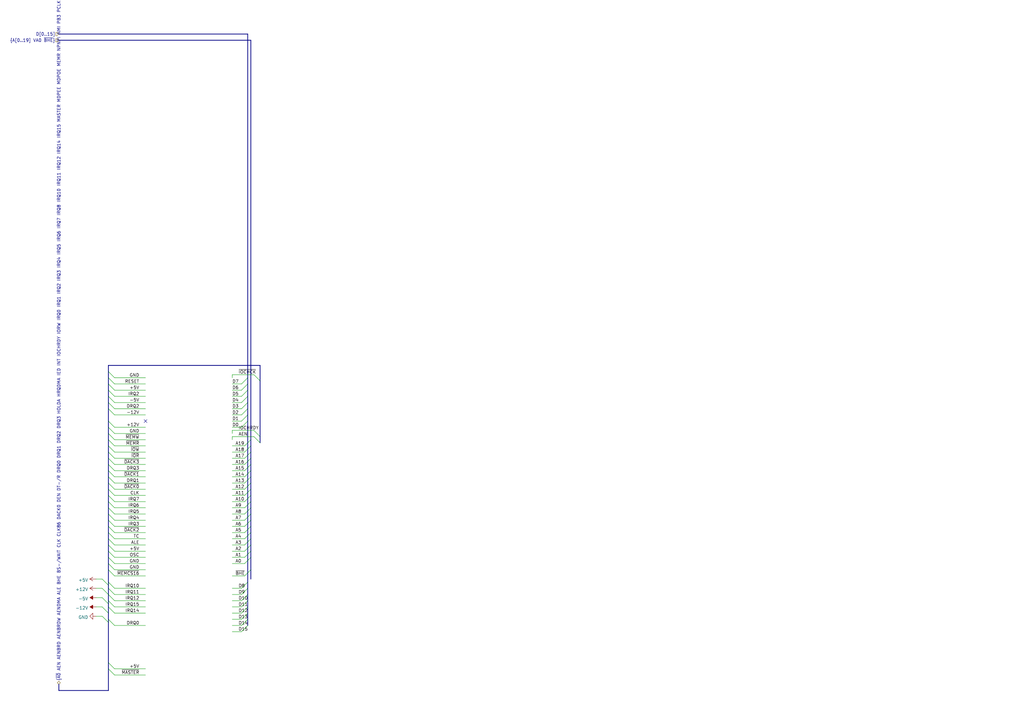
<source format=kicad_sch>
(kicad_sch (version 20250114) (generator "eeschema") (generator_version "9.0")
  (paper "A3")
  (title_block (title "EC1834 Hauptplatine 201.1-BUS") (date "2022-09-12") (rev "1") (company "Mario Gögel 2022"))
  (lib_symbols
    (symbol "power:+12V" (power) (pin_names (offset 0))
      (property "Value" "+12V" (at 0 3.556 0))
      (symbol "+12V_0_1"
        (polyline (pts (xy -0.762 1.27) (xy 0 2.54)))
        (polyline (pts (xy 0 2.54) (xy 0.762 1.27)))
        (polyline (pts (xy 0 0) (xy 0 2.54)))
      )
      (symbol "+12V_1_1"
        (pin power_in line (at 0 0 90) (length 0) (hide yes) (name "+12V") (number "1"))
      )
    )
    (symbol "power:+5V" (power) (pin_names (offset 0))
      (property "Value" "+5V" (at 0 3.556 0))
      (symbol "+5V_0_1"
        (polyline (pts (xy -0.762 1.27) (xy 0 2.54)))
        (polyline (pts (xy 0 2.54) (xy 0.762 1.27)))
        (polyline (pts (xy 0 0) (xy 0 2.54)))
      )
      (symbol "+5V_1_1"
        (pin power_in line (at 0 0 90) (length 0) (hide yes) (name "+5V") (number "1"))
      )
    )
    (symbol "power:-12V" (power) (pin_names (offset 0))
      (property "Value" "-12V" (at 0 3.81 0))
      (symbol "-12V_0_0"
        (pin power_in line (at 0 0 90) (length 0) (hide yes) (name "-12V") (number "1"))
      )
      (symbol "-12V_0_1"
        (polyline (pts (xy 0 0) (xy 0 1.27) (xy 0.762 1.27) (xy 0 2.54) (xy -0.762 1.27) (xy 0 1.27)) (fill (type outline)))
      )
    )
    (symbol "power:-5V" (power) (pin_names (offset 0))
      (property "Value" "-5V" (at 0 3.81 0))
      (symbol "-5V_0_0"
        (pin power_in line (at 0 0 90) (length 0) (hide yes) (name "-5V") (number "1"))
      )
      (symbol "-5V_0_1"
        (polyline (pts (xy 0 0) (xy 0 1.27) (xy 0.762 1.27) (xy 0 2.54) (xy -0.762 1.27) (xy 0 1.27)) (fill (type outline)))
      )
    )
    (symbol "power:GND" (power) (pin_names (offset 0))
      (property "Value" "GND" (at 0 -3.81 0))
      (symbol "GND_0_1"
        (polyline (pts (xy 0 0) (xy 0 -1.27) (xy 1.27 -1.27) (xy 0 -2.54) (xy -1.27 -1.27) (xy 0 -1.27)))
      )
      (symbol "GND_1_1"
        (pin power_in line (at 0 0 270) (length 0) (hide yes) (name "GND") (number "1"))
      )
    )
  )
  (no_connect (at 59.69 172.72))
  (bus_entry (at 102.87 208.28) (size -2.54 2.54))
  (bus_entry (at 44.45 157.48) (size 2.54 2.54))
  (bus_entry (at 101.6 170.18) (size -2.54 2.54))
  (bus_entry (at 102.87 190.5) (size -2.54 2.54))
  (bus_entry (at 102.87 215.9) (size -2.54 2.54))
  (bus_entry (at 44.45 198.12) (size 2.54 2.54))
  (bus_entry (at 102.87 198.12) (size -2.54 2.54))
  (bus_entry (at 101.6 248.92) (size -2.54 2.54))
  (bus_entry (at 44.45 208.28) (size 2.54 2.54))
  (bus_entry (at 102.87 200.66) (size -2.54 2.54))
  (bus_entry (at 44.45 210.82) (size 2.54 2.54))
  (bus_entry (at 44.45 223.52) (size 2.54 2.54))
  (bus_entry (at 41.91 237.49) (size 2.54 2.54))
  (bus_entry (at 102.87 223.52) (size -2.54 2.54))
  (bus_entry (at 44.45 241.3) (size 2.54 2.54))
  (bus_entry (at 101.6 160.02) (size -2.54 2.54))
  (bus_entry (at 44.45 218.44) (size 2.54 2.54))
  (bus_entry (at 101.6 172.72) (size -2.54 2.54))
  (bus_entry (at 101.6 254) (size -2.54 2.54))
  (bus_entry (at 44.45 190.5) (size 2.54 2.54))
  (bus_entry (at 44.45 203.2) (size 2.54 2.54))
  (bus_entry (at 102.87 182.88) (size -2.54 2.54))
  (bus_entry (at 41.91 245.11) (size 2.54 2.54))
  (bus_entry (at 101.6 167.64) (size -2.54 2.54))
  (bus_entry (at 44.45 238.76) (size 2.54 2.54))
  (bus_entry (at 102.87 210.82) (size -2.54 2.54))
  (bus_entry (at 102.87 185.42) (size -2.54 2.54))
  (bus_entry (at 102.87 180.34) (size -2.54 2.54))
  (bus_entry (at 44.45 215.9) (size 2.54 2.54))
  (bus_entry (at 44.45 182.88) (size 2.54 2.54))
  (bus_entry (at 102.87 195.58) (size -2.54 2.54))
  (bus_entry (at 104.14 179.07) (size 2.54 2.54))
  (bus_entry (at 44.45 220.98) (size 2.54 2.54))
  (bus_entry (at 44.45 195.58) (size 2.54 2.54))
  (bus_entry (at 102.87 226.06) (size -2.54 2.54))
  (bus_entry (at 102.87 213.36) (size -2.54 2.54))
  (bus_entry (at 44.45 165.1) (size 2.54 2.54))
  (bus_entry (at 104.14 176.53) (size 2.54 2.54))
  (bus_entry (at 44.45 226.06) (size 2.54 2.54))
  (bus_entry (at 44.45 274.32) (size 2.54 2.54))
  (bus_entry (at 101.6 246.38) (size -2.54 2.54))
  (bus_entry (at 44.45 152.4) (size 2.54 2.54))
  (bus_entry (at 102.87 187.96) (size -2.54 2.54))
  (bus_entry (at 44.45 231.14) (size 2.54 2.54))
  (bus_entry (at 44.45 180.34) (size 2.54 2.54))
  (bus_entry (at 44.45 172.72) (size 2.54 2.54))
  (bus_entry (at 44.45 246.38) (size 2.54 2.54))
  (bus_entry (at 101.6 256.54) (size -2.54 2.54))
  (bus_entry (at 44.45 185.42) (size 2.54 2.54))
  (bus_entry (at 101.6 165.1) (size -2.54 2.54))
  (bus_entry (at 102.87 220.98) (size -2.54 2.54))
  (bus_entry (at 101.6 154.94) (size -2.54 2.54))
  (bus_entry (at 44.45 193.04) (size 2.54 2.54))
  (bus_entry (at 44.45 205.74) (size 2.54 2.54))
  (bus_entry (at 44.45 175.26) (size 2.54 2.54))
  (bus_entry (at 102.87 193.04) (size -2.54 2.54))
  (bus_entry (at 102.87 205.74) (size -2.54 2.54))
  (bus_entry (at 102.87 233.68) (size -2.54 2.54))
  (bus_entry (at 101.6 251.46) (size -2.54 2.54))
  (bus_entry (at 44.45 228.6) (size 2.54 2.54))
  (bus_entry (at 44.45 233.68) (size 2.54 2.54))
  (bus_entry (at 102.87 218.44) (size -2.54 2.54))
  (bus_entry (at 101.6 243.84) (size -2.54 2.54))
  (bus_entry (at 44.45 200.66) (size 2.54 2.54))
  (bus_entry (at 41.91 248.92) (size 2.54 2.54))
  (bus_entry (at 44.45 167.64) (size 2.54 2.54))
  (bus_entry (at 104.14 153.67) (size 2.54 2.54))
  (bus_entry (at 44.45 162.56) (size 2.54 2.54))
  (bus_entry (at 101.6 241.3) (size -2.54 2.54))
  (bus_entry (at 101.6 238.76) (size -2.54 2.54))
  (bus_entry (at 102.87 203.2) (size -2.54 2.54))
  (bus_entry (at 41.91 241.3) (size 2.54 2.54))
  (bus_entry (at 101.6 162.56) (size -2.54 2.54))
  (bus_entry (at 44.45 271.78) (size 2.54 2.54))
  (bus_entry (at 44.45 213.36) (size 2.54 2.54))
  (bus_entry (at 102.87 228.6) (size -2.54 2.54))
  (bus_entry (at 44.45 254) (size 2.54 2.54))
  (bus_entry (at 101.6 157.48) (size -2.54 2.54))
  (bus_entry (at 44.45 160.02) (size 2.54 2.54))
  (bus_entry (at 44.45 154.94) (size 2.54 2.54))
  (bus_entry (at 41.91 252.73) (size 2.54 2.54))
  (bus_entry (at 44.45 243.84) (size 2.54 2.54))
  (bus_entry (at 44.45 248.92) (size 2.54 2.54))
  (bus_entry (at 44.45 187.96) (size 2.54 2.54))
  (bus_entry (at 44.45 177.8) (size 2.54 2.54))
  (bus (pts (xy 44.45 226.06) (xy 44.45 228.6)))
  (bus (pts (xy 102.87 223.52) (xy 102.87 226.06)))
  (bus (pts (xy 44.45 195.58) (xy 44.45 198.12)))
  (wire (pts (xy 46.99 231.14) (xy 59.69 231.14)))
  (wire (pts (xy 46.99 182.88) (xy 59.69 182.88)))
  (bus (pts (xy 102.87 16.51) (xy 102.87 180.34)))
  (bus (pts (xy 101.6 248.92) (xy 101.6 251.46)))
  (bus (pts (xy 101.6 170.18) (xy 101.6 172.72)))
  (bus (pts (xy 101.6 254) (xy 101.6 256.54)))
  (bus (pts (xy 101.6 157.48) (xy 101.6 160.02)))
  (bus (pts (xy 102.87 218.44) (xy 102.87 220.98)))
  (wire (pts (xy 39.37 252.73) (xy 41.91 252.73)))
  (bus (pts (xy 44.45 213.36) (xy 44.45 215.9)))
  (bus (pts (xy 44.45 247.65) (xy 44.45 248.92)))
  (bus (pts (xy 44.45 210.82) (xy 44.45 213.36)))
  (bus (pts (xy 44.45 185.42) (xy 44.45 187.96)))
  (bus (pts (xy 44.45 160.02) (xy 44.45 162.56)))
  (wire (pts (xy 95.25 213.36) (xy 100.33 213.36)))
  (wire (pts (xy 46.99 215.9) (xy 59.69 215.9)))
  (wire (pts (xy 46.99 187.96) (xy 59.69 187.96)))
  (wire (pts (xy 95.25 205.74) (xy 100.33 205.74)))
  (wire (pts (xy 95.25 215.9) (xy 100.33 215.9)))
  (bus (pts (xy 101.6 243.84) (xy 101.6 246.38)))
  (wire (pts (xy 95.25 193.04) (xy 100.33 193.04)))
  (bus (pts (xy 106.68 149.86) (xy 106.68 156.21)))
  (bus (pts (xy 101.6 251.46) (xy 101.6 254)))
  (bus (pts (xy 101.6 162.56) (xy 101.6 165.1)))
  (wire (pts (xy 46.99 162.56) (xy 59.69 162.56)))
  (wire (pts (xy 95.25 228.6) (xy 100.33 228.6)))
  (wire (pts (xy 46.99 208.28) (xy 59.69 208.28)))
  (wire (pts (xy 46.99 218.44) (xy 59.69 218.44)))
  (bus (pts (xy 44.45 255.27) (xy 44.45 271.78)))
  (wire (pts (xy 95.25 160.02) (xy 99.06 160.02)))
  (wire (pts (xy 46.99 160.02) (xy 59.69 160.02)))
  (wire (pts (xy 46.99 226.06) (xy 59.69 226.06)))
  (wire (pts (xy 46.99 165.1) (xy 59.69 165.1)))
  (wire (pts (xy 46.99 198.12) (xy 59.69 198.12)))
  (bus (pts (xy 44.45 238.76) (xy 44.45 240.03)))
  (bus (pts (xy 102.87 210.82) (xy 102.87 213.36)))
  (bus (pts (xy 44.45 233.68) (xy 44.45 238.76)))
  (bus (pts (xy 44.45 200.66) (xy 44.45 203.2)))
  (bus (pts (xy 44.45 152.4) (xy 44.45 154.94)))
  (bus (pts (xy 44.45 218.44) (xy 44.45 220.98)))
  (bus (pts (xy 44.45 254) (xy 44.45 255.27)))
  (wire (pts (xy 46.99 180.34) (xy 59.69 180.34)))
  (wire (pts (xy 46.99 205.74) (xy 59.69 205.74)))
  (bus (pts (xy 102.87 200.66) (xy 102.87 203.2)))
  (bus (pts (xy 101.6 238.76) (xy 101.6 241.3)))
  (bus (pts (xy 24.13 283.21) (xy 44.45 283.21)))
  (wire (pts (xy 95.25 176.53) (xy 104.14 176.53)))
  (bus (pts (xy 102.87 208.28) (xy 102.87 210.82)))
  (wire (pts (xy 46.99 193.04) (xy 59.69 193.04)))
  (wire (pts (xy 46.99 203.2) (xy 59.69 203.2)))
  (bus (pts (xy 44.45 271.78) (xy 44.45 274.32)))
  (wire (pts (xy 95.25 248.92) (xy 99.06 248.92)))
  (bus (pts (xy 102.87 215.9) (xy 102.87 218.44)))
  (wire (pts (xy 46.99 170.18) (xy 59.69 170.18)))
  (wire (pts (xy 95.25 236.22) (xy 100.33 236.22)))
  (wire (pts (xy 95.25 190.5) (xy 100.33 190.5)))
  (wire (pts (xy 95.25 195.58) (xy 100.33 195.58)))
  (wire (pts (xy 95.25 154.94) (xy 95.25 153.67)))
  (bus (pts (xy 102.87 193.04) (xy 102.87 195.58)))
  (bus (pts (xy 44.45 223.52) (xy 44.45 226.06)))
  (bus (pts (xy 44.45 248.92) (xy 44.45 251.46)))
  (bus (pts (xy 44.45 205.74) (xy 44.45 208.28)))
  (bus (pts (xy 44.45 180.34) (xy 44.45 182.88)))
  (wire (pts (xy 46.99 223.52) (xy 59.69 223.52)))
  (wire (pts (xy 95.25 220.98) (xy 100.33 220.98)))
  (bus (pts (xy 44.45 177.8) (xy 44.45 180.34)))
  (bus (pts (xy 44.45 251.46) (xy 44.45 254)))
  (bus (pts (xy 101.6 160.02) (xy 101.6 162.56)))
  (wire (pts (xy 95.25 179.07) (xy 104.14 179.07)))
  (wire (pts (xy 46.99 228.6) (xy 59.69 228.6)))
  (bus (pts (xy 102.87 195.58) (xy 102.87 198.12)))
  (wire (pts (xy 95.25 153.67) (xy 104.14 153.67)))
  (wire (pts (xy 95.25 182.88) (xy 100.33 182.88)))
  (bus (pts (xy 101.6 165.1) (xy 101.6 167.64)))
  (wire (pts (xy 95.25 210.82) (xy 100.33 210.82)))
  (bus (pts (xy 44.45 228.6) (xy 44.45 231.14)))
  (wire (pts (xy 95.25 175.26) (xy 99.06 175.26)))
  (wire (pts (xy 46.99 213.36) (xy 59.69 213.36)))
  (bus (pts (xy 102.87 180.34) (xy 102.87 182.88)))
  (bus (pts (xy 102.87 228.6) (xy 102.87 233.68)))
  (bus (pts (xy 44.45 241.3) (xy 44.45 243.84)))
  (wire (pts (xy 95.25 208.28) (xy 100.33 208.28)))
  (bus (pts (xy 44.45 157.48) (xy 44.45 160.02)))
  (wire (pts (xy 95.25 167.64) (xy 99.06 167.64)))
  (wire (pts (xy 46.99 233.68) (xy 59.69 233.68)))
  (wire (pts (xy 95.25 241.3) (xy 99.06 241.3)))
  (wire (pts (xy 95.25 254) (xy 99.06 254)))
  (bus (pts (xy 102.87 233.68) (xy 102.87 237.49)))
  (wire (pts (xy 95.25 170.18) (xy 99.06 170.18)))
  (wire (pts (xy 95.25 157.48) (xy 99.06 157.48)))
  (bus (pts (xy 44.45 198.12) (xy 44.45 200.66)))
  (bus (pts (xy 102.87 226.06) (xy 102.87 228.6)))
  (wire (pts (xy 46.99 167.64) (xy 59.69 167.64)))
  (wire (pts (xy 39.37 245.11) (xy 41.91 245.11)))
  (bus (pts (xy 101.6 246.38) (xy 101.6 248.92)))
  (bus (pts (xy 101.6 154.94) (xy 101.6 157.48)))
  (wire (pts (xy 46.99 274.32) (xy 59.69 274.32)))
  (bus (pts (xy 44.45 187.96) (xy 44.45 190.5)))
  (wire (pts (xy 46.99 256.54) (xy 59.69 256.54)))
  (wire (pts (xy 95.25 185.42) (xy 100.33 185.42)))
  (wire (pts (xy 46.99 243.84) (xy 59.69 243.84)))
  (bus (pts (xy 44.45 246.38) (xy 44.45 247.65)))
  (wire (pts (xy 95.25 246.38) (xy 99.06 246.38)))
  (wire (pts (xy 95.25 231.14) (xy 100.33 231.14)))
  (wire (pts (xy 95.25 200.66) (xy 100.33 200.66)))
  (bus (pts (xy 44.45 274.32) (xy 44.45 283.21)))
  (wire (pts (xy 46.99 154.94) (xy 59.69 154.94)))
  (bus (pts (xy 44.45 172.72) (xy 44.45 175.26)))
  (bus (pts (xy 44.45 208.28) (xy 44.45 210.82)))
  (bus (pts (xy 44.45 162.56) (xy 44.45 165.1)))
  (bus (pts (xy 24.13 13.97) (xy 101.6 13.97)))
  (bus (pts (xy 44.45 193.04) (xy 44.45 195.58)))
  (bus (pts (xy 24.13 280.67) (xy 24.13 283.21)))
  (wire (pts (xy 46.99 246.38) (xy 59.69 246.38)))
  (bus (pts (xy 102.87 205.74) (xy 102.87 208.28)))
  (bus (pts (xy 102.87 187.96) (xy 102.87 190.5)))
  (bus (pts (xy 101.6 172.72) (xy 101.6 238.76)))
  (wire (pts (xy 46.99 177.8) (xy 59.69 177.8)))
  (bus (pts (xy 101.6 167.64) (xy 101.6 170.18)))
  (wire (pts (xy 39.37 241.3) (xy 41.91 241.3)))
  (bus (pts (xy 44.45 243.84) (xy 44.45 246.38)))
  (bus (pts (xy 106.68 179.07) (xy 106.68 181.61)))
  (wire (pts (xy 95.25 180.34) (xy 95.25 179.07)))
  (bus (pts (xy 44.45 149.86) (xy 106.68 149.86)))
  (wire (pts (xy 39.37 248.92) (xy 41.91 248.92)))
  (wire (pts (xy 95.25 177.8) (xy 95.25 176.53)))
  (bus (pts (xy 106.68 156.21) (xy 106.68 179.07)))
  (bus (pts (xy 101.6 13.97) (xy 101.6 154.94)))
  (wire (pts (xy 95.25 259.08) (xy 99.06 259.08)))
  (bus (pts (xy 44.45 215.9) (xy 44.45 218.44)))
  (wire (pts (xy 46.99 210.82) (xy 59.69 210.82)))
  (wire (pts (xy 46.99 200.66) (xy 59.69 200.66)))
  (wire (pts (xy 46.99 175.26) (xy 59.69 175.26)))
  (bus (pts (xy 102.87 220.98) (xy 102.87 223.52)))
  (bus (pts (xy 102.87 182.88) (xy 102.87 185.42)))
  (wire (pts (xy 46.99 195.58) (xy 59.69 195.58)))
  (bus (pts (xy 44.45 182.88) (xy 44.45 185.42)))
  (wire (pts (xy 95.25 162.56) (xy 99.06 162.56)))
  (bus (pts (xy 102.87 190.5) (xy 102.87 193.04)))
  (wire (pts (xy 46.99 251.46) (xy 59.69 251.46)))
  (wire (pts (xy 95.25 251.46) (xy 99.06 251.46)))
  (bus (pts (xy 44.45 220.98) (xy 44.45 223.52)))
  (bus (pts (xy 102.87 203.2) (xy 102.87 205.74)))
  (bus (pts (xy 102.87 198.12) (xy 102.87 200.66)))
  (wire (pts (xy 95.25 243.84) (xy 99.06 243.84)))
  (bus (pts (xy 24.13 16.51) (xy 102.87 16.51)))
  (bus (pts (xy 44.45 149.86) (xy 44.45 152.4)))
  (bus (pts (xy 44.45 167.64) (xy 44.45 172.72)))
  (bus (pts (xy 44.45 175.26) (xy 44.45 177.8)))
  (wire (pts (xy 95.25 165.1) (xy 99.06 165.1)))
  (bus (pts (xy 102.87 185.42) (xy 102.87 187.96)))
  (wire (pts (xy 46.99 220.98) (xy 59.69 220.98)))
  (wire (pts (xy 46.99 157.48) (xy 59.69 157.48)))
  (bus (pts (xy 44.45 190.5) (xy 44.45 193.04)))
  (wire (pts (xy 46.99 185.42) (xy 59.69 185.42)))
  (wire (pts (xy 46.99 241.3) (xy 59.69 241.3)))
  (wire (pts (xy 46.99 190.5) (xy 59.69 190.5)))
  (wire (pts (xy 46.99 276.86) (xy 59.69 276.86)))
  (wire (pts (xy 39.37 237.49) (xy 41.91 237.49)))
  (wire (pts (xy 46.99 236.22) (xy 59.69 236.22)))
  (wire (pts (xy 46.99 248.92) (xy 59.69 248.92)))
  (wire (pts (xy 95.25 223.52) (xy 100.33 223.52)))
  (bus (pts (xy 102.87 213.36) (xy 102.87 215.9)))
  (wire (pts (xy 95.25 226.06) (xy 100.33 226.06)))
  (wire (pts (xy 95.25 198.12) (xy 100.33 198.12)))
  (wire (pts (xy 95.25 203.2) (xy 100.33 203.2)))
  (bus (pts (xy 44.45 231.14) (xy 44.45 233.68)))
  (bus (pts (xy 101.6 241.3) (xy 101.6 243.84)))
  (wire (pts (xy 95.25 187.96) (xy 100.33 187.96)))
  (bus (pts (xy 44.45 203.2) (xy 44.45 205.74)))
  (bus (pts (xy 44.45 154.94) (xy 44.45 157.48)))
  (bus (pts (xy 44.45 165.1) (xy 44.45 167.64)))
  (wire (pts (xy 95.25 172.72) (xy 99.06 172.72)))
  (wire (pts (xy 95.25 218.44) (xy 100.33 218.44)))
  (wire (pts (xy 95.25 256.54) (xy 99.06 256.54)))
  (bus (pts (xy 44.45 240.03) (xy 44.45 241.3)))
  (label "DRQ3" (at 57.15 193.04 180))
  (label "IRQ10" (at 57.15 241.3 180))
  (label "OSC" (at 57.15 228.6 180))
  (label "TC" (at 57.15 220.98 180))
  (label "D7" (at 95.25 157.48 0))
  (label "RESET" (at 57.15 157.48 180))
  (label "DRQ2" (at 57.15 167.64 180))
  (label "D6" (at 95.25 160.02 0))
  (label "IRQ7" (at 57.15 205.74 180))
  (label "~{MASTER}" (at 57.15 276.86 180))
  (label "D4" (at 95.25 165.1 0))
  (label "D12" (at 97.79 251.46 0))
  (label "D5" (at 95.25 162.56 0))
  (label "D14" (at 97.79 256.54 0))
  (label "A1" (at 96.52 228.6 0))
  (label "IRQ15" (at 57.15 248.92 180))
  (label "IRQ6" (at 57.15 208.28 180))
  (label "D3" (at 95.25 167.64 0))
  (label "IRQ3" (at 57.15 215.9 180))
  (label "~{IOCHCK}" (at 97.79 153.67 0))
  (label "D2" (at 95.25 170.18 0))
  (label "GND" (at 57.15 233.68 180))
  (label "IRQ2" (at 57.15 162.56 180))
  (label "A11" (at 96.52 203.2 0))
  (label "GND" (at 57.15 177.8 180))
  (label "D1" (at 95.25 172.72 0))
  (label "D10" (at 97.79 246.38 0))
  (label "~{IOR}" (at 57.15 187.96 180))
  (label "A7" (at 96.52 213.36 0))
  (label "~{MEMR}" (at 57.15 182.88 180))
  (label "IRQ11" (at 57.15 243.84 180))
  (label "D11" (at 97.79 248.92 0))
  (label "D8" (at 97.79 241.3 0))
  (label "GND" (at 57.15 231.14 180))
  (label "ALE" (at 57.15 223.52 180))
  (label "~{DACK0}" (at 57.15 200.66 180))
  (label "A3" (at 96.52 223.52 0))
  (label "AEN" (at 97.79 179.07 0))
  (label "DRQ0" (at 57.15 256.54 180))
  (label "IRQ5" (at 57.15 210.82 180))
  (label "A18" (at 96.52 185.42 0))
  (label "IRQ4" (at 57.15 213.36 180))
  (label "A17" (at 96.52 187.96 0))
  (label "+12V" (at 57.15 175.26 180))
  (label "GND" (at 57.15 154.94 180))
  (label "+5V" (at 57.15 274.32 180))
  (label "A19" (at 96.52 182.88 0))
  (label "A2" (at 96.52 226.06 0))
  (label "A0" (at 96.52 231.14 0))
  (label "A12" (at 96.52 200.66 0))
  (label "IRQ14" (at 57.15 251.46 180))
  (label "IOCHRDY" (at 97.79 176.53 0))
  (label "A16" (at 96.52 190.5 0))
  (label "D13" (at 97.79 254 0))
  (label "D0" (at 95.25 175.26 0))
  (label "A10" (at 96.52 205.74 0))
  (label "A4" (at 96.52 220.98 0))
  (label "CLK" (at 57.15 203.2 180))
  (label "+5V" (at 57.15 226.06 180))
  (label "A13" (at 96.52 198.12 0))
  (label "~{MEMCS16}" (at 57.15 236.22 180))
  (label "-5V" (at 57.15 165.1 180))
  (label "D15" (at 97.79 259.08 0))
  (label "DRQ1" (at 57.15 198.12 180))
  (label "~{DACK1}" (at 57.15 195.58 180))
  (label "~{DACK3}" (at 57.15 190.5 180))
  (label "A8" (at 96.52 210.82 0))
  (label "A14" (at 96.52 195.58 0))
  (label "+5V" (at 57.15 160.02 180))
  (label "IRQ12" (at 57.15 246.38 180))
  (label "A6" (at 96.52 215.9 0))
  (label "A15" (at 96.52 193.04 0))
  (label "A5" (at 96.52 218.44 0))
  (label "~{BHE}" (at 96.52 236.22 0))
  (label "D9" (at 97.79 243.84 0))
  (label "~{DACK2}" (at 57.15 218.44 180))
  (label "~{IOW}" (at 57.15 185.42 180))
  (label "-12V" (at 57.15 170.18 180))
  (label "~{MEMW}" (at 57.15 180.34 180))
  (label "A9" (at 96.52 208.28 0))
  (hierarchical_label "{~{A0} AEN AENBRD AENBRDW AENDMA ALE BHE BS-{slash}WAIT CLK CLK86 DACK0 DEN DT-{slash}R DRQ0 DRQ1 DRQ2 DRQ3 HOLDA HRQDMA IED INT IOCHRDY IORW IRQ0 IRQ1 IRQ2 IRQ3 IRQ4 IRQ5 IRQ6 IRQ7 IRQ8 IRQ10 IRQ11 IRQ12 IRQ14 IRQ15 MASTER MDPEE MDPOE MEMR NPNPI NMI PB3 PCLK OSC OSC1 QS0 QS1 RDY-{slash}WAIT READY RDYTODMA RESET RESETDRV TC VA0 XA0 ~{AEN} ~{BHE} ~{CLK} ~{DACK0BRD} ~{DACK0} ~{DACK1} ~{DACK2} ~{DACK3} ~{DMACS} ~{DMAAEN} ~{INTA} ~{INTRCS1} ~{INTRCS2} ~{IOR} ~{IOW} ~{GT1} ~{LOCK} ~{MASTER} ~{MEMADRSEL} ~{MEMCS16} ~{MEMR} ~{MEMW} ~{NMIADRCS} ~{NMIREGCS} ~{PPICS} ~{RESETDRV} ~{S0} ~{S1} ~{S2} ~{TIMERCS} ~{XIOR} ~{XIOW} ~{XMEMR} ~{XMEMW} ~{YIOR} ~{YIOW}}" (shape bidirectional) (at 24.13 280.67 90))
  (hierarchical_label "{A[0..19] VA0 ~{BHE}}" (shape input) (at 24.13 16.51 180))
  (hierarchical_label "D[0..15]" (shape input) (at 24.13 13.97 180))
  (symbol (lib_id "power:+5V") (at 39.37 237.49 90) (unit 1)
    (property "Reference" "#PWR0205" (effects (hide yes)))
    (property "Value" "+5V" (at 36.1951 237.9238 90) (effects (justify left)))
  )
  (symbol (lib_id "power:+12V") (at 39.37 241.3 90) (unit 1)
    (property "Reference" "#PWR0206" (effects (hide yes)))
    (property "Value" "+12V" (at 36.195 241.7338 90) (effects (justify left)))
  )
  (symbol (lib_id "power:-12V") (at 39.37 248.92 90) (unit 1)
    (property "Reference" "#PWR0203" (effects (hide yes)))
    (property "Value" "-12V" (at 36.195 249.3538 90) (effects (justify left)))
  )
  (symbol (lib_id "power:-5V") (at 39.37 245.11 90) (unit 1)
    (property "Reference" "#PWR0204" (effects (hide yes)))
    (property "Value" "-5V" (at 36.1951 245.5438 90) (effects (justify left)))
  )
  (symbol (lib_id "power:GND") (at 39.37 252.73 270) (unit 1)
    (property "Reference" "#PWR0202" (effects (hide yes)))
    (property "Value" "GND" (at 36.1951 253.1638 90) (effects (justify right)))
  )
)
</source>
